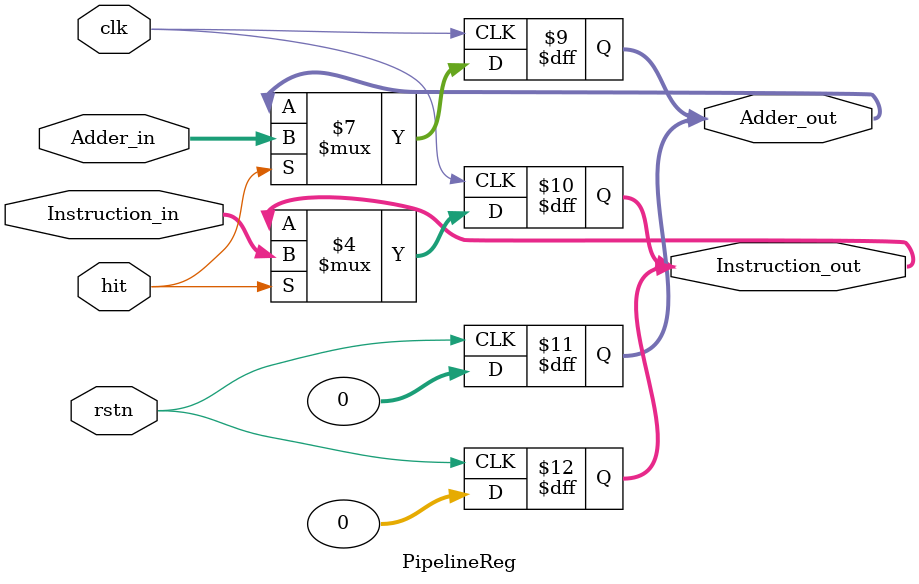
<source format=v>
`timescale 1ns / 1ps

module PipelineReg(Adder_in,
                   Instruction_in,
                   Adder_out,
                   Instruction_out,
                   hit,
                   clk,
                   rstn);
   input [31:0] Adder_in;
   input [31:0] Instruction_in;
   input hit, clk, rstn;
   
   output reg [31:0] Adder_out;
   output reg [31:0] Instruction_out;
   
   always @(negedge rstn) begin
       Instruction_out = 0;
       Adder_out = 0;
   end

   always @(negedge clk) begin
       if (hit) begin
           Adder_out = Adder_in;
           Instruction_out = Instruction_in;
       end
   end

endmodule // main

</source>
